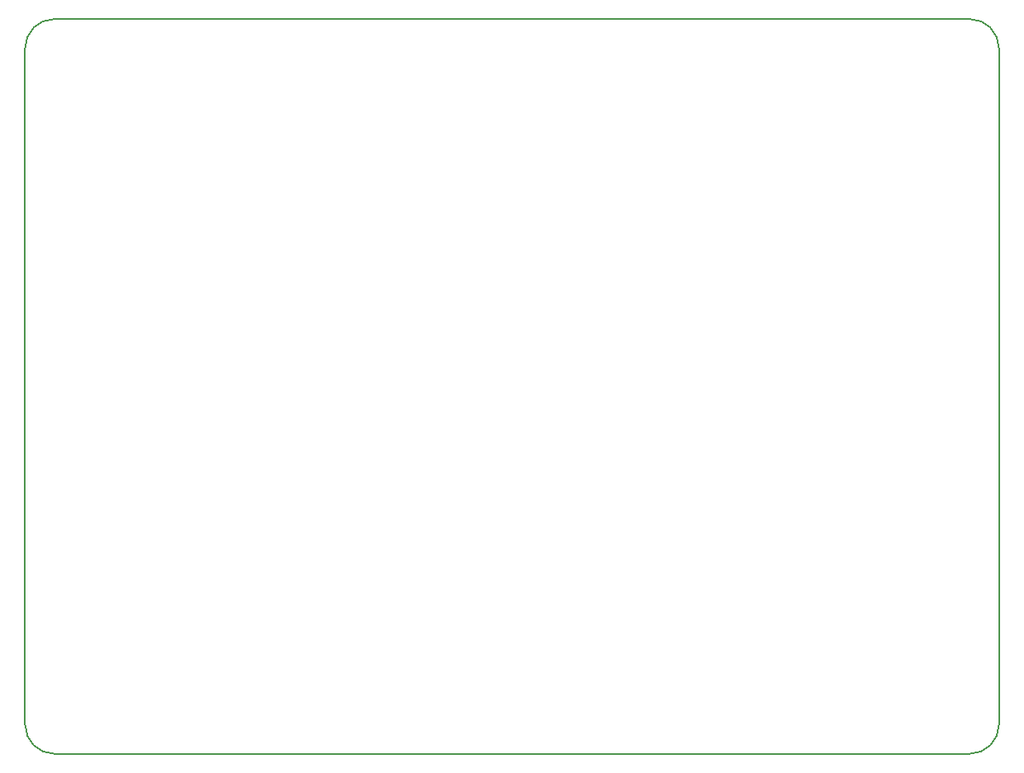
<source format=gbr>
%TF.GenerationSoftware,KiCad,Pcbnew,5.0.1*%
%TF.CreationDate,2019-01-19T14:59:35-06:00*%
%TF.ProjectId,NFCJig,4E46434A69672E6B696361645F706362,rev?*%
%TF.SameCoordinates,Original*%
%TF.FileFunction,Legend,Bot*%
%TF.FilePolarity,Positive*%
%FSLAX46Y46*%
G04 Gerber Fmt 4.6, Leading zero omitted, Abs format (unit mm)*
G04 Created by KiCad (PCBNEW 5.0.1) date Sat 19 Jan 2019 02:59:35 PM CST*
%MOMM*%
%LPD*%
G01*
G04 APERTURE LIST*
%ADD10C,0.150000*%
G04 APERTURE END LIST*
D10*
X207000000Y-131500000D02*
X207000000Y-131000000D01*
X107000000Y-131500000D02*
X107000000Y-131000000D01*
X107000000Y-62000000D02*
X107000000Y-67000000D01*
X207000000Y-62000000D02*
X207000000Y-67000000D01*
X204000000Y-134500000D02*
X110000000Y-134500000D01*
X110000000Y-59000000D02*
X204000000Y-59000000D01*
X107000000Y-131000000D02*
X107000000Y-67000000D01*
X207000000Y-67000000D02*
X207000000Y-131000000D01*
X207000000Y-131500000D02*
G75*
G02X204000000Y-134500000I-3000000J0D01*
G01*
X110000000Y-134500000D02*
G75*
G02X107000000Y-131500000I0J3000000D01*
G01*
X107000000Y-62000000D02*
G75*
G02X110000000Y-59000000I3000000J0D01*
G01*
X204000000Y-59000000D02*
G75*
G02X207000000Y-62000000I0J-3000000D01*
G01*
M02*

</source>
